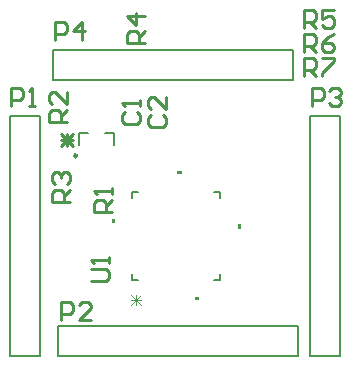
<source format=gto>
G04*
G04 #@! TF.GenerationSoftware,Altium Limited,Altium Designer,20.1.11 (218)*
G04*
G04 Layer_Color=65535*
%FSLAX25Y25*%
%MOIN*%
G70*
G04*
G04 #@! TF.SameCoordinates,36FDBAD9-5122-4A0A-A9A9-D65628025C9C*
G04*
G04*
G04 #@! TF.FilePolarity,Positive*
G04*
G01*
G75*
%ADD10C,0.00984*%
%ADD11C,0.00787*%
%ADD12C,0.00600*%
%ADD13C,0.00300*%
%ADD14C,0.01000*%
G36*
X594100Y170844D02*
Y169344D01*
X593100D01*
Y170844D01*
X594100D01*
D02*
G37*
G36*
X614834Y185673D02*
Y186673D01*
X616334D01*
Y185673D01*
X614834D01*
D02*
G37*
G36*
X620740Y144673D02*
Y143673D01*
X622240D01*
Y144673D01*
X620740D01*
D02*
G37*
G36*
X635100Y168876D02*
Y167376D01*
X636100D01*
Y168876D01*
X635100D01*
D02*
G37*
D10*
X581405Y191776D02*
G03*
X581405Y191776I-492J0D01*
G01*
D11*
X590756Y199256D02*
X593905D01*
Y195319D02*
Y199256D01*
X582094D02*
X585244D01*
X582094Y195319D02*
Y199256D01*
X655000Y125000D02*
Y135000D01*
X575000Y125000D02*
X655000D01*
X575000D02*
Y135000D01*
X655000D01*
X559000Y125000D02*
X569000D01*
X559000D02*
Y205000D01*
X569000D01*
Y125000D02*
Y205000D01*
X659000D02*
X669000D01*
Y125000D02*
Y205000D01*
X659000Y125000D02*
X669000D01*
X659000D02*
Y205000D01*
X573500Y217000D02*
Y227000D01*
X653500D01*
Y217000D02*
Y227000D01*
X573500Y217000D02*
X653500D01*
D12*
X599950Y179823D02*
X601913D01*
X629250Y177860D02*
Y179823D01*
X627287Y150523D02*
X629250D01*
X599950D02*
X601913D01*
X599950Y177860D02*
Y179823D01*
X627287D02*
X629250D01*
Y150523D02*
Y152487D01*
X599950Y150523D02*
Y152487D01*
D13*
X599624Y141923D02*
X602956Y145255D01*
Y141923D02*
X599624Y145255D01*
X601290Y141923D02*
Y145255D01*
X602956Y143589D02*
X599624D01*
D14*
X586001Y150001D02*
X590999D01*
X591999Y151001D01*
Y153000D01*
X590999Y154000D01*
X586001D01*
X591999Y155999D02*
Y157999D01*
Y156999D01*
X586001D01*
X587001Y155999D01*
X657002Y218501D02*
Y224499D01*
X660001D01*
X661000Y223499D01*
Y221500D01*
X660001Y220500D01*
X657002D01*
X659001D02*
X661000Y218501D01*
X663000Y224499D02*
X666998D01*
Y223499D01*
X663000Y219501D01*
Y218501D01*
X657002Y226501D02*
Y232499D01*
X660001D01*
X661000Y231499D01*
Y229500D01*
X660001Y228500D01*
X657002D01*
X659001D02*
X661000Y226501D01*
X666998Y232499D02*
X664999Y231499D01*
X663000Y229500D01*
Y227501D01*
X663999Y226501D01*
X665999D01*
X666998Y227501D01*
Y228500D01*
X665999Y229500D01*
X663000D01*
X657002Y234501D02*
Y240499D01*
X660001D01*
X661000Y239499D01*
Y237500D01*
X660001Y236500D01*
X657002D01*
X659001D02*
X661000Y234501D01*
X666998Y240499D02*
X663000D01*
Y237500D01*
X664999Y238500D01*
X665999D01*
X666998Y237500D01*
Y235501D01*
X665999Y234501D01*
X663999D01*
X663000Y235501D01*
X603999Y229502D02*
X598001D01*
Y232501D01*
X599001Y233500D01*
X601000D01*
X602000Y232501D01*
Y229502D01*
Y231501D02*
X603999Y233500D01*
Y238499D02*
X598001D01*
X601000Y235500D01*
Y239498D01*
X578999Y176502D02*
X573001D01*
Y179501D01*
X574001Y180500D01*
X576000D01*
X577000Y179501D01*
Y176502D01*
Y178501D02*
X578999Y180500D01*
X574001Y182500D02*
X573001Y183499D01*
Y185499D01*
X574001Y186498D01*
X575000D01*
X576000Y185499D01*
Y184499D01*
Y185499D01*
X577000Y186498D01*
X577999D01*
X578999Y185499D01*
Y183499D01*
X577999Y182500D01*
X577999Y203002D02*
X572001D01*
Y206001D01*
X573001Y207000D01*
X575000D01*
X576000Y206001D01*
Y203002D01*
Y205001D02*
X577999Y207000D01*
Y212998D02*
Y209000D01*
X574000Y212998D01*
X573001D01*
X572001Y211999D01*
Y209999D01*
X573001Y209000D01*
X592999Y173001D02*
X587001D01*
Y176000D01*
X588001Y177000D01*
X590000D01*
X591000Y176000D01*
Y173001D01*
Y175001D02*
X592999Y177000D01*
Y178999D02*
Y180999D01*
Y179999D01*
X587001D01*
X588001Y178999D01*
X574100Y230400D02*
Y236398D01*
X577099D01*
X578099Y235398D01*
Y233399D01*
X577099Y232399D01*
X574100D01*
X583097Y230400D02*
Y236398D01*
X580098Y233399D01*
X584097D01*
X659650Y208350D02*
Y214348D01*
X662649D01*
X663649Y213348D01*
Y211349D01*
X662649Y210349D01*
X659650D01*
X665648Y213348D02*
X666648Y214348D01*
X668647D01*
X669647Y213348D01*
Y212349D01*
X668647Y211349D01*
X667647D01*
X668647D01*
X669647Y210349D01*
Y209350D01*
X668647Y208350D01*
X666648D01*
X665648Y209350D01*
X576002Y137001D02*
Y142999D01*
X579001D01*
X580000Y141999D01*
Y140000D01*
X579001Y139000D01*
X576002D01*
X585998Y137001D02*
X582000D01*
X585998Y141000D01*
Y141999D01*
X584999Y142999D01*
X582999D01*
X582000Y141999D01*
X559600Y208400D02*
Y214398D01*
X562599D01*
X563599Y213398D01*
Y211399D01*
X562599Y210399D01*
X559600D01*
X565598Y208400D02*
X567597D01*
X566598D01*
Y214398D01*
X565598Y213398D01*
X606001Y205500D02*
X605001Y204501D01*
Y202501D01*
X606001Y201502D01*
X609999D01*
X610999Y202501D01*
Y204501D01*
X609999Y205500D01*
X610999Y211498D02*
Y207500D01*
X607000Y211498D01*
X606001D01*
X605001Y210499D01*
Y208499D01*
X606001Y207500D01*
X597501Y206500D02*
X596501Y205500D01*
Y203501D01*
X597501Y202501D01*
X601499D01*
X602499Y203501D01*
Y205500D01*
X601499Y206500D01*
X602499Y208499D02*
Y210499D01*
Y209499D01*
X596501D01*
X597501Y208499D01*
X576001Y198999D02*
X579999Y195001D01*
X576001D02*
X579999Y198999D01*
X576001Y197000D02*
X579999D01*
X578000Y195001D02*
Y198999D01*
M02*

</source>
